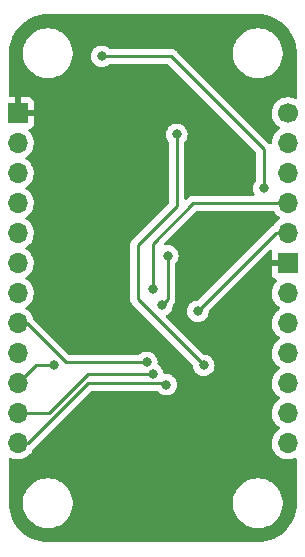
<source format=gbl>
G04 #@! TF.GenerationSoftware,KiCad,Pcbnew,(6.0.6)*
G04 #@! TF.CreationDate,2022-10-28T15:12:27+11:00*
G04 #@! TF.ProjectId,CE-LoRa-E5-Breakout-Module,43452d4c-6f52-4612-9d45-352d42726561,rev?*
G04 #@! TF.SameCoordinates,Original*
G04 #@! TF.FileFunction,Copper,L2,Bot*
G04 #@! TF.FilePolarity,Positive*
%FSLAX46Y46*%
G04 Gerber Fmt 4.6, Leading zero omitted, Abs format (unit mm)*
G04 Created by KiCad (PCBNEW (6.0.6)) date 2022-10-28 15:12:27*
%MOMM*%
%LPD*%
G01*
G04 APERTURE LIST*
G04 #@! TA.AperFunction,ComponentPad*
%ADD10R,1.700000X1.700000*%
G04 #@! TD*
G04 #@! TA.AperFunction,ComponentPad*
%ADD11O,1.700000X1.700000*%
G04 #@! TD*
G04 #@! TA.AperFunction,ComponentPad*
%ADD12C,1.700000*%
G04 #@! TD*
G04 #@! TA.AperFunction,ViaPad*
%ADD13C,0.800000*%
G04 #@! TD*
G04 #@! TA.AperFunction,Conductor*
%ADD14C,0.250000*%
G04 #@! TD*
G04 APERTURE END LIST*
D10*
X116845000Y-81083000D03*
D11*
X116845000Y-83623000D03*
X116845000Y-86163000D03*
X116845000Y-88703000D03*
X116845000Y-91243000D03*
X116845000Y-93783000D03*
X116845000Y-96323000D03*
X116845000Y-98863000D03*
X116845000Y-101403000D03*
X116845000Y-103943000D03*
X116845000Y-106483000D03*
X116845000Y-109023000D03*
D12*
X139705000Y-81083000D03*
D11*
X139705000Y-83623000D03*
X139705000Y-86163000D03*
X139705000Y-88703000D03*
X139705000Y-91243000D03*
D10*
X139705000Y-93783000D03*
D11*
X139705000Y-96323000D03*
X139705000Y-98863000D03*
X139705000Y-101403000D03*
X139705000Y-103943000D03*
X139705000Y-106483000D03*
X139705000Y-109023000D03*
D13*
X134117000Y-82739000D03*
X123830000Y-82739000D03*
X122687000Y-82739000D03*
X125227000Y-98614000D03*
X119893000Y-102424000D03*
X132593000Y-102424000D03*
X130307000Y-82866000D03*
X136149000Y-104964000D03*
X125227000Y-90486000D03*
X132085000Y-97852000D03*
X123957000Y-76262000D03*
X137673000Y-87438000D03*
X124338000Y-105345000D03*
X123787666Y-110848333D03*
X126877998Y-113981000D03*
X125608000Y-115759000D03*
X124464998Y-113981000D03*
X125862000Y-109282000D03*
X123322000Y-106361000D03*
X126200666Y-110848333D03*
X123449000Y-109282000D03*
X124126332Y-112414666D03*
X126539332Y-112414666D03*
X125735000Y-105345000D03*
X123322000Y-107885000D03*
X127767000Y-102170000D03*
X128275000Y-103186000D03*
X129418000Y-104075000D03*
X129545000Y-93153000D03*
X129037000Y-97344000D03*
X128275000Y-95947000D03*
D14*
X137673000Y-84136000D02*
X137673000Y-87438000D01*
X129799000Y-76262000D02*
X137673000Y-84136000D01*
X123957000Y-76262000D02*
X129799000Y-76262000D01*
X131709000Y-88703000D02*
X139705000Y-88703000D01*
X128275000Y-92137000D02*
X131709000Y-88703000D01*
X128275000Y-95947000D02*
X128275000Y-92137000D01*
X117602000Y-98863000D02*
X116845000Y-98863000D01*
X120909000Y-102170000D02*
X117602000Y-98863000D01*
X127767000Y-102170000D02*
X120909000Y-102170000D01*
X119893000Y-102424000D02*
X118364000Y-102424000D01*
X118364000Y-102424000D02*
X116845000Y-103943000D01*
X129037000Y-97344000D02*
X129545000Y-96836000D01*
X129545000Y-96836000D02*
X129545000Y-93153000D01*
X127005000Y-92264000D02*
X127005000Y-96836000D01*
X127005000Y-96836000D02*
X132593000Y-102424000D01*
X130307000Y-88962000D02*
X127005000Y-92264000D01*
X130307000Y-82866000D02*
X130307000Y-88962000D01*
X132085000Y-97852000D02*
X138694000Y-91243000D01*
X138694000Y-91243000D02*
X139705000Y-91243000D01*
X122814000Y-103186000D02*
X119517000Y-106483000D01*
X119517000Y-106483000D02*
X116845000Y-106483000D01*
X128275000Y-103186000D02*
X122814000Y-103186000D01*
X129418000Y-104075000D02*
X129291000Y-103948000D01*
X122814000Y-103948000D02*
X117739000Y-109023000D01*
X129291000Y-103948000D02*
X122814000Y-103948000D01*
X117739000Y-109023000D02*
X116845000Y-109023000D01*
G04 #@! TA.AperFunction,Conductor*
G36*
X137135018Y-72708000D02*
G01*
X137149851Y-72710310D01*
X137149855Y-72710310D01*
X137158724Y-72711691D01*
X137177436Y-72709244D01*
X137200366Y-72708353D01*
X137503503Y-72724240D01*
X137516617Y-72725618D01*
X137844898Y-72777613D01*
X137857798Y-72780355D01*
X138178846Y-72866379D01*
X138191382Y-72870453D01*
X138462468Y-72974513D01*
X138501672Y-72989562D01*
X138513720Y-72994926D01*
X138809867Y-73145820D01*
X138821288Y-73152414D01*
X139100040Y-73333437D01*
X139110710Y-73341190D01*
X139369004Y-73550352D01*
X139378805Y-73559177D01*
X139613823Y-73794195D01*
X139622648Y-73803996D01*
X139831810Y-74062290D01*
X139839563Y-74072960D01*
X140020586Y-74351712D01*
X140027180Y-74363133D01*
X140178074Y-74659280D01*
X140183438Y-74671328D01*
X140225313Y-74780414D01*
X140302545Y-74981610D01*
X140306621Y-74994154D01*
X140392645Y-75315202D01*
X140395387Y-75328102D01*
X140437258Y-75592460D01*
X140447382Y-75656383D01*
X140448760Y-75669500D01*
X140464262Y-75965298D01*
X140462935Y-75991273D01*
X140462691Y-75992843D01*
X140462691Y-75992849D01*
X140461309Y-76001724D01*
X140462473Y-76010626D01*
X140462473Y-76010628D01*
X140465436Y-76033283D01*
X140466500Y-76049621D01*
X140466500Y-79738061D01*
X140446498Y-79806182D01*
X140392842Y-79852675D01*
X140322568Y-79862779D01*
X140279609Y-79848371D01*
X140263789Y-79839638D01*
X140258920Y-79837914D01*
X140258916Y-79837912D01*
X140058087Y-79766795D01*
X140058083Y-79766794D01*
X140053212Y-79765069D01*
X140048119Y-79764162D01*
X140048116Y-79764161D01*
X139838373Y-79726800D01*
X139838367Y-79726799D01*
X139833284Y-79725894D01*
X139759452Y-79724992D01*
X139615081Y-79723228D01*
X139615079Y-79723228D01*
X139609911Y-79723165D01*
X139389091Y-79756955D01*
X139176756Y-79826357D01*
X138978607Y-79929507D01*
X138974474Y-79932610D01*
X138974471Y-79932612D01*
X138891450Y-79994946D01*
X138799965Y-80063635D01*
X138645629Y-80225138D01*
X138519743Y-80409680D01*
X138425688Y-80612305D01*
X138365989Y-80827570D01*
X138342251Y-81049695D01*
X138355110Y-81272715D01*
X138356247Y-81277761D01*
X138356248Y-81277767D01*
X138373680Y-81355115D01*
X138404222Y-81490639D01*
X138488266Y-81697616D01*
X138604987Y-81888088D01*
X138751250Y-82056938D01*
X138923126Y-82199632D01*
X138938470Y-82208598D01*
X138996445Y-82242476D01*
X139045169Y-82294114D01*
X139058240Y-82363897D01*
X139031509Y-82429669D01*
X138991055Y-82463027D01*
X138978607Y-82469507D01*
X138974474Y-82472610D01*
X138974471Y-82472612D01*
X138804100Y-82600530D01*
X138799965Y-82603635D01*
X138645629Y-82765138D01*
X138519743Y-82949680D01*
X138425688Y-83152305D01*
X138365989Y-83367570D01*
X138342251Y-83589695D01*
X138342548Y-83594853D01*
X138342422Y-83600024D01*
X138340753Y-83599983D01*
X138326389Y-83661923D01*
X138275504Y-83711433D01*
X138205930Y-83725573D01*
X138136323Y-83697114D01*
X138104396Y-83670702D01*
X138095616Y-83662712D01*
X130573608Y-76140703D01*
X135055743Y-76140703D01*
X135093268Y-76425734D01*
X135169129Y-76703036D01*
X135170813Y-76706984D01*
X135267128Y-76932789D01*
X135281923Y-76967476D01*
X135429561Y-77214161D01*
X135609313Y-77438528D01*
X135817851Y-77636423D01*
X136051317Y-77804186D01*
X136055112Y-77806195D01*
X136055113Y-77806196D01*
X136076869Y-77817715D01*
X136305392Y-77938712D01*
X136575373Y-78037511D01*
X136856264Y-78098755D01*
X136884841Y-78101004D01*
X137079282Y-78116307D01*
X137079291Y-78116307D01*
X137081739Y-78116500D01*
X137237271Y-78116500D01*
X137239407Y-78116354D01*
X137239418Y-78116354D01*
X137447548Y-78102165D01*
X137447554Y-78102164D01*
X137451825Y-78101873D01*
X137456020Y-78101004D01*
X137456022Y-78101004D01*
X137592583Y-78072724D01*
X137733342Y-78043574D01*
X138004343Y-77947607D01*
X138259812Y-77815750D01*
X138263313Y-77813289D01*
X138263317Y-77813287D01*
X138377417Y-77733096D01*
X138495023Y-77650441D01*
X138705622Y-77454740D01*
X138887713Y-77232268D01*
X139037927Y-76987142D01*
X139153483Y-76723898D01*
X139232244Y-76447406D01*
X139272751Y-76162784D01*
X139272845Y-76144951D01*
X139274235Y-75879583D01*
X139274235Y-75879576D01*
X139274257Y-75875297D01*
X139273527Y-75869747D01*
X139252395Y-75709238D01*
X139236732Y-75590266D01*
X139160871Y-75312964D01*
X139048077Y-75048524D01*
X138900439Y-74801839D01*
X138720687Y-74577472D01*
X138512149Y-74379577D01*
X138278683Y-74211814D01*
X138256843Y-74200250D01*
X138233654Y-74187972D01*
X138024608Y-74077288D01*
X137754627Y-73978489D01*
X137473736Y-73917245D01*
X137442685Y-73914801D01*
X137250718Y-73899693D01*
X137250709Y-73899693D01*
X137248261Y-73899500D01*
X137092729Y-73899500D01*
X137090593Y-73899646D01*
X137090582Y-73899646D01*
X136882452Y-73913835D01*
X136882446Y-73913836D01*
X136878175Y-73914127D01*
X136873980Y-73914996D01*
X136873978Y-73914996D01*
X136737417Y-73943276D01*
X136596658Y-73972426D01*
X136325657Y-74068393D01*
X136070188Y-74200250D01*
X136066687Y-74202711D01*
X136066683Y-74202713D01*
X136056594Y-74209804D01*
X135834977Y-74365559D01*
X135624378Y-74561260D01*
X135442287Y-74783732D01*
X135292073Y-75028858D01*
X135176517Y-75292102D01*
X135175342Y-75296229D01*
X135175341Y-75296230D01*
X135147717Y-75393206D01*
X135097756Y-75568594D01*
X135057249Y-75853216D01*
X135057227Y-75857505D01*
X135057226Y-75857512D01*
X135056068Y-76078635D01*
X135055743Y-76140703D01*
X130573608Y-76140703D01*
X130302652Y-75869747D01*
X130295112Y-75861461D01*
X130291000Y-75854982D01*
X130284592Y-75848964D01*
X130241349Y-75808357D01*
X130238507Y-75805602D01*
X130218770Y-75785865D01*
X130215573Y-75783385D01*
X130206551Y-75775680D01*
X130180100Y-75750841D01*
X130174321Y-75745414D01*
X130167375Y-75741595D01*
X130167372Y-75741593D01*
X130156566Y-75735652D01*
X130140047Y-75724801D01*
X130134048Y-75720148D01*
X130124041Y-75712386D01*
X130116772Y-75709241D01*
X130116768Y-75709238D01*
X130083463Y-75694826D01*
X130072813Y-75689609D01*
X130034060Y-75668305D01*
X130014437Y-75663267D01*
X129995734Y-75656863D01*
X129984420Y-75651967D01*
X129984419Y-75651967D01*
X129977145Y-75648819D01*
X129969322Y-75647580D01*
X129969312Y-75647577D01*
X129933476Y-75641901D01*
X129921856Y-75639495D01*
X129886711Y-75630472D01*
X129886710Y-75630472D01*
X129879030Y-75628500D01*
X129858776Y-75628500D01*
X129839065Y-75626949D01*
X129826886Y-75625020D01*
X129819057Y-75623780D01*
X129811165Y-75624526D01*
X129775039Y-75627941D01*
X129763181Y-75628500D01*
X124665200Y-75628500D01*
X124597079Y-75608498D01*
X124577853Y-75592157D01*
X124577580Y-75592460D01*
X124572668Y-75588037D01*
X124568253Y-75583134D01*
X124413752Y-75470882D01*
X124407724Y-75468198D01*
X124407722Y-75468197D01*
X124245319Y-75395891D01*
X124245318Y-75395891D01*
X124239288Y-75393206D01*
X124145888Y-75373353D01*
X124058944Y-75354872D01*
X124058939Y-75354872D01*
X124052487Y-75353500D01*
X123861513Y-75353500D01*
X123855061Y-75354872D01*
X123855056Y-75354872D01*
X123768112Y-75373353D01*
X123674712Y-75393206D01*
X123668682Y-75395891D01*
X123668681Y-75395891D01*
X123506278Y-75468197D01*
X123506276Y-75468198D01*
X123500248Y-75470882D01*
X123345747Y-75583134D01*
X123341326Y-75588044D01*
X123341325Y-75588045D01*
X123232203Y-75709238D01*
X123217960Y-75725056D01*
X123203073Y-75750841D01*
X123128744Y-75879583D01*
X123122473Y-75890444D01*
X123063458Y-76072072D01*
X123043496Y-76262000D01*
X123044186Y-76268565D01*
X123060258Y-76421478D01*
X123063458Y-76451928D01*
X123122473Y-76633556D01*
X123217960Y-76798944D01*
X123345747Y-76940866D01*
X123500248Y-77053118D01*
X123506276Y-77055802D01*
X123506278Y-77055803D01*
X123668681Y-77128109D01*
X123674712Y-77130794D01*
X123768113Y-77150647D01*
X123855056Y-77169128D01*
X123855061Y-77169128D01*
X123861513Y-77170500D01*
X124052487Y-77170500D01*
X124058939Y-77169128D01*
X124058944Y-77169128D01*
X124145887Y-77150647D01*
X124239288Y-77130794D01*
X124245319Y-77128109D01*
X124407722Y-77055803D01*
X124407724Y-77055802D01*
X124413752Y-77053118D01*
X124499527Y-76990799D01*
X124546671Y-76956546D01*
X124568253Y-76940866D01*
X124572668Y-76935963D01*
X124577580Y-76931540D01*
X124578705Y-76932789D01*
X124632014Y-76899949D01*
X124665200Y-76895500D01*
X129484406Y-76895500D01*
X129552527Y-76915502D01*
X129573501Y-76932405D01*
X137002595Y-84361499D01*
X137036621Y-84423811D01*
X137039500Y-84450594D01*
X137039500Y-86735476D01*
X137019498Y-86803597D01*
X137007142Y-86819779D01*
X136933960Y-86901056D01*
X136838473Y-87066444D01*
X136779458Y-87248072D01*
X136778768Y-87254633D01*
X136778768Y-87254635D01*
X136771638Y-87322476D01*
X136759496Y-87438000D01*
X136779458Y-87627928D01*
X136838473Y-87809556D01*
X136879434Y-87880502D01*
X136896171Y-87949495D01*
X136872951Y-88016587D01*
X136817144Y-88060474D01*
X136770314Y-88069500D01*
X131787763Y-88069500D01*
X131776579Y-88068973D01*
X131769091Y-88067299D01*
X131761168Y-88067548D01*
X131701033Y-88069438D01*
X131697075Y-88069500D01*
X131669144Y-88069500D01*
X131665229Y-88069995D01*
X131665225Y-88069995D01*
X131665167Y-88070003D01*
X131665138Y-88070006D01*
X131653296Y-88070939D01*
X131609110Y-88072327D01*
X131591744Y-88077372D01*
X131589658Y-88077978D01*
X131570306Y-88081986D01*
X131558068Y-88083532D01*
X131558066Y-88083533D01*
X131550203Y-88084526D01*
X131509086Y-88100806D01*
X131497885Y-88104641D01*
X131455406Y-88116982D01*
X131448587Y-88121015D01*
X131448582Y-88121017D01*
X131437971Y-88127293D01*
X131420221Y-88135990D01*
X131401383Y-88143448D01*
X131394967Y-88148109D01*
X131394966Y-88148110D01*
X131365625Y-88169428D01*
X131355701Y-88175947D01*
X131324460Y-88194422D01*
X131324455Y-88194426D01*
X131317637Y-88198458D01*
X131303313Y-88212782D01*
X131288281Y-88225621D01*
X131271893Y-88237528D01*
X131243712Y-88271593D01*
X131235722Y-88280373D01*
X131155595Y-88360500D01*
X131093283Y-88394526D01*
X131022468Y-88389461D01*
X130965632Y-88346914D01*
X130940821Y-88280394D01*
X130940500Y-88271405D01*
X130940500Y-83568524D01*
X130960502Y-83500403D01*
X130972858Y-83484221D01*
X131046040Y-83402944D01*
X131141527Y-83237556D01*
X131200542Y-83055928D01*
X131220504Y-82866000D01*
X131200542Y-82676072D01*
X131141527Y-82494444D01*
X131137575Y-82487598D01*
X131079104Y-82386325D01*
X131046040Y-82329056D01*
X130926531Y-82196327D01*
X130922675Y-82192045D01*
X130922674Y-82192044D01*
X130918253Y-82187134D01*
X130763752Y-82074882D01*
X130757724Y-82072198D01*
X130757722Y-82072197D01*
X130595319Y-81999891D01*
X130595318Y-81999891D01*
X130589288Y-81997206D01*
X130495887Y-81977353D01*
X130408944Y-81958872D01*
X130408939Y-81958872D01*
X130402487Y-81957500D01*
X130211513Y-81957500D01*
X130205061Y-81958872D01*
X130205056Y-81958872D01*
X130118113Y-81977353D01*
X130024712Y-81997206D01*
X130018682Y-81999891D01*
X130018681Y-81999891D01*
X129856278Y-82072197D01*
X129856276Y-82072198D01*
X129850248Y-82074882D01*
X129695747Y-82187134D01*
X129691326Y-82192044D01*
X129691325Y-82192045D01*
X129687470Y-82196327D01*
X129567960Y-82329056D01*
X129534896Y-82386325D01*
X129476426Y-82487598D01*
X129472473Y-82494444D01*
X129413458Y-82676072D01*
X129393496Y-82866000D01*
X129413458Y-83055928D01*
X129472473Y-83237556D01*
X129567960Y-83402944D01*
X129641137Y-83484215D01*
X129671853Y-83548221D01*
X129673500Y-83568524D01*
X129673500Y-88647405D01*
X129653498Y-88715526D01*
X129636595Y-88736500D01*
X126612747Y-91760348D01*
X126604461Y-91767888D01*
X126597982Y-91772000D01*
X126592557Y-91777777D01*
X126551357Y-91821651D01*
X126548602Y-91824493D01*
X126528865Y-91844230D01*
X126526385Y-91847427D01*
X126518682Y-91856447D01*
X126488414Y-91888679D01*
X126484595Y-91895625D01*
X126484593Y-91895628D01*
X126478652Y-91906434D01*
X126467801Y-91922953D01*
X126455386Y-91938959D01*
X126452241Y-91946228D01*
X126452238Y-91946232D01*
X126437826Y-91979537D01*
X126432609Y-91990187D01*
X126411305Y-92028940D01*
X126409334Y-92036615D01*
X126409334Y-92036616D01*
X126406267Y-92048562D01*
X126399863Y-92067266D01*
X126391819Y-92085855D01*
X126390580Y-92093678D01*
X126390577Y-92093688D01*
X126384901Y-92129524D01*
X126382495Y-92141144D01*
X126373472Y-92176289D01*
X126371500Y-92183970D01*
X126371500Y-92204224D01*
X126369949Y-92223934D01*
X126366780Y-92243943D01*
X126367526Y-92251835D01*
X126370941Y-92287961D01*
X126371500Y-92299819D01*
X126371500Y-96757233D01*
X126370973Y-96768416D01*
X126369298Y-96775909D01*
X126369547Y-96783835D01*
X126369547Y-96783836D01*
X126371438Y-96843986D01*
X126371500Y-96847945D01*
X126371500Y-96875856D01*
X126371997Y-96879790D01*
X126371997Y-96879791D01*
X126372005Y-96879856D01*
X126372938Y-96891693D01*
X126374327Y-96935889D01*
X126376937Y-96944872D01*
X126379978Y-96955339D01*
X126383987Y-96974700D01*
X126386526Y-96994797D01*
X126389445Y-97002168D01*
X126389445Y-97002170D01*
X126402804Y-97035912D01*
X126406649Y-97047142D01*
X126418982Y-97089593D01*
X126423015Y-97096412D01*
X126423017Y-97096417D01*
X126429293Y-97107028D01*
X126437988Y-97124776D01*
X126445448Y-97143617D01*
X126450110Y-97150033D01*
X126450110Y-97150034D01*
X126471436Y-97179387D01*
X126477952Y-97189307D01*
X126494390Y-97217101D01*
X126500458Y-97227362D01*
X126514779Y-97241683D01*
X126527619Y-97256716D01*
X126539528Y-97273107D01*
X126545634Y-97278158D01*
X126573605Y-97301298D01*
X126582384Y-97309288D01*
X131645878Y-102372782D01*
X131679904Y-102435094D01*
X131682093Y-102448707D01*
X131695251Y-102573896D01*
X131699458Y-102613928D01*
X131758473Y-102795556D01*
X131761776Y-102801278D01*
X131761777Y-102801279D01*
X131766074Y-102808721D01*
X131853960Y-102960944D01*
X131858378Y-102965851D01*
X131858379Y-102965852D01*
X131958909Y-103077502D01*
X131981747Y-103102866D01*
X131987279Y-103106885D01*
X132123982Y-103206206D01*
X132136248Y-103215118D01*
X132142276Y-103217802D01*
X132142278Y-103217803D01*
X132290695Y-103283882D01*
X132310712Y-103292794D01*
X132404112Y-103312647D01*
X132491056Y-103331128D01*
X132491061Y-103331128D01*
X132497513Y-103332500D01*
X132688487Y-103332500D01*
X132694939Y-103331128D01*
X132694944Y-103331128D01*
X132781888Y-103312647D01*
X132875288Y-103292794D01*
X132895305Y-103283882D01*
X133043722Y-103217803D01*
X133043724Y-103217802D01*
X133049752Y-103215118D01*
X133062019Y-103206206D01*
X133198721Y-103106885D01*
X133204253Y-103102866D01*
X133227091Y-103077502D01*
X133327621Y-102965852D01*
X133327622Y-102965851D01*
X133332040Y-102960944D01*
X133419926Y-102808721D01*
X133424223Y-102801279D01*
X133424224Y-102801278D01*
X133427527Y-102795556D01*
X133486542Y-102613928D01*
X133490750Y-102573896D01*
X133505814Y-102430565D01*
X133506504Y-102424000D01*
X133498138Y-102344401D01*
X133487232Y-102240635D01*
X133487232Y-102240633D01*
X133486542Y-102234072D01*
X133427527Y-102052444D01*
X133332040Y-101887056D01*
X133252254Y-101798444D01*
X133208675Y-101750045D01*
X133208674Y-101750044D01*
X133204253Y-101745134D01*
X133049752Y-101632882D01*
X133043724Y-101630198D01*
X133043722Y-101630197D01*
X132881319Y-101557891D01*
X132881318Y-101557891D01*
X132875288Y-101555206D01*
X132766353Y-101532051D01*
X132694944Y-101516872D01*
X132694939Y-101516872D01*
X132688487Y-101515500D01*
X132632595Y-101515500D01*
X132564474Y-101495498D01*
X132543500Y-101478595D01*
X129420146Y-98355241D01*
X129386120Y-98292929D01*
X129391185Y-98222114D01*
X129433732Y-98165278D01*
X129457993Y-98151039D01*
X129487719Y-98137804D01*
X129493752Y-98135118D01*
X129648253Y-98022866D01*
X129776040Y-97880944D01*
X129864575Y-97727598D01*
X129868223Y-97721279D01*
X129868224Y-97721278D01*
X129871527Y-97715556D01*
X129930542Y-97533928D01*
X129934750Y-97493896D01*
X129947774Y-97369970D01*
X129974787Y-97304313D01*
X129981228Y-97296895D01*
X129998660Y-97278331D01*
X130001413Y-97275491D01*
X130021134Y-97255770D01*
X130023612Y-97252575D01*
X130031318Y-97243553D01*
X130056158Y-97217101D01*
X130061586Y-97211321D01*
X130071346Y-97193568D01*
X130082199Y-97177045D01*
X130085233Y-97173134D01*
X130094613Y-97161041D01*
X130112176Y-97120457D01*
X130117383Y-97109827D01*
X130138695Y-97071060D01*
X130140666Y-97063383D01*
X130140668Y-97063378D01*
X130143732Y-97051442D01*
X130150138Y-97032730D01*
X130151633Y-97029277D01*
X130158181Y-97014145D01*
X130161246Y-96994797D01*
X130165097Y-96970481D01*
X130167504Y-96958860D01*
X130176528Y-96923711D01*
X130176528Y-96923710D01*
X130178500Y-96916030D01*
X130178500Y-96895769D01*
X130180051Y-96876058D01*
X130181979Y-96863885D01*
X130183219Y-96856057D01*
X130179059Y-96812046D01*
X130178500Y-96800189D01*
X130178500Y-93855524D01*
X130198502Y-93787403D01*
X130210858Y-93771221D01*
X130284040Y-93689944D01*
X130379527Y-93524556D01*
X130438542Y-93342928D01*
X130458504Y-93153000D01*
X130438542Y-92963072D01*
X130379527Y-92781444D01*
X130284040Y-92616056D01*
X130246501Y-92574364D01*
X130160675Y-92479045D01*
X130160674Y-92479044D01*
X130156253Y-92474134D01*
X130053396Y-92399404D01*
X130007094Y-92365763D01*
X130007093Y-92365762D01*
X130001752Y-92361882D01*
X129995724Y-92359198D01*
X129995722Y-92359197D01*
X129833319Y-92286891D01*
X129833318Y-92286891D01*
X129827288Y-92284206D01*
X129733888Y-92264353D01*
X129646944Y-92245872D01*
X129646939Y-92245872D01*
X129640487Y-92244500D01*
X129449513Y-92244500D01*
X129443053Y-92245873D01*
X129443054Y-92245873D01*
X129375253Y-92260284D01*
X129304463Y-92254882D01*
X129247830Y-92212065D01*
X129223337Y-92145427D01*
X129238758Y-92076126D01*
X129259962Y-92047942D01*
X131934499Y-89373405D01*
X131996811Y-89339379D01*
X132023594Y-89336500D01*
X138429274Y-89336500D01*
X138497395Y-89356502D01*
X138536707Y-89396665D01*
X138604987Y-89508088D01*
X138751250Y-89676938D01*
X138923126Y-89819632D01*
X138938470Y-89828598D01*
X138996445Y-89862476D01*
X139045169Y-89914114D01*
X139058240Y-89983897D01*
X139031509Y-90049669D01*
X138991055Y-90083027D01*
X138978607Y-90089507D01*
X138974474Y-90092610D01*
X138974471Y-90092612D01*
X138950247Y-90110800D01*
X138799965Y-90223635D01*
X138645629Y-90385138D01*
X138519743Y-90569680D01*
X138517561Y-90574381D01*
X138508550Y-90593792D01*
X138461726Y-90647159D01*
X138446519Y-90655206D01*
X138440406Y-90656982D01*
X138433580Y-90661019D01*
X138422971Y-90667293D01*
X138405221Y-90675990D01*
X138386383Y-90683448D01*
X138379967Y-90688109D01*
X138379966Y-90688110D01*
X138350625Y-90709428D01*
X138340701Y-90715947D01*
X138309460Y-90734422D01*
X138309455Y-90734426D01*
X138302637Y-90738458D01*
X138288313Y-90752782D01*
X138273281Y-90765621D01*
X138256893Y-90777528D01*
X138239168Y-90798954D01*
X138228712Y-90811593D01*
X138220722Y-90820373D01*
X132134500Y-96906595D01*
X132072188Y-96940621D01*
X132045405Y-96943500D01*
X131989513Y-96943500D01*
X131983061Y-96944872D01*
X131983056Y-96944872D01*
X131917250Y-96958860D01*
X131802712Y-96983206D01*
X131796682Y-96985891D01*
X131796681Y-96985891D01*
X131634278Y-97058197D01*
X131634276Y-97058198D01*
X131628248Y-97060882D01*
X131473747Y-97173134D01*
X131469326Y-97178044D01*
X131469325Y-97178045D01*
X131351154Y-97309288D01*
X131345960Y-97315056D01*
X131250473Y-97480444D01*
X131191458Y-97662072D01*
X131190768Y-97668633D01*
X131190768Y-97668635D01*
X131186497Y-97709271D01*
X131171496Y-97852000D01*
X131172186Y-97858565D01*
X131190339Y-98031277D01*
X131191458Y-98041928D01*
X131250473Y-98223556D01*
X131345960Y-98388944D01*
X131473747Y-98530866D01*
X131628248Y-98643118D01*
X131634276Y-98645802D01*
X131634278Y-98645803D01*
X131796681Y-98718109D01*
X131802712Y-98720794D01*
X131896112Y-98740647D01*
X131983056Y-98759128D01*
X131983061Y-98759128D01*
X131989513Y-98760500D01*
X132180487Y-98760500D01*
X132186939Y-98759128D01*
X132186944Y-98759128D01*
X132273887Y-98740647D01*
X132367288Y-98720794D01*
X132373319Y-98718109D01*
X132535722Y-98645803D01*
X132535724Y-98645802D01*
X132541752Y-98643118D01*
X132696253Y-98530866D01*
X132824040Y-98388944D01*
X132919527Y-98223556D01*
X132978542Y-98041928D01*
X132979662Y-98031277D01*
X132995907Y-97876707D01*
X133022920Y-97811050D01*
X133032122Y-97800782D01*
X138148611Y-92684293D01*
X138210923Y-92650267D01*
X138281738Y-92655332D01*
X138338574Y-92697879D01*
X138363385Y-92764399D01*
X138357162Y-92807427D01*
X138358349Y-92807709D01*
X138352895Y-92830649D01*
X138347369Y-92881514D01*
X138347000Y-92888328D01*
X138347000Y-93510885D01*
X138351475Y-93526124D01*
X138352865Y-93527329D01*
X138360548Y-93529000D01*
X139833000Y-93529000D01*
X139901121Y-93549002D01*
X139947614Y-93602658D01*
X139959000Y-93655000D01*
X139959000Y-93911000D01*
X139938998Y-93979121D01*
X139885342Y-94025614D01*
X139833000Y-94037000D01*
X138365116Y-94037000D01*
X138349877Y-94041475D01*
X138348672Y-94042865D01*
X138347001Y-94050548D01*
X138347001Y-94677669D01*
X138347371Y-94684490D01*
X138352895Y-94735352D01*
X138356521Y-94750604D01*
X138401676Y-94871054D01*
X138410214Y-94886649D01*
X138486715Y-94988724D01*
X138499276Y-95001285D01*
X138601351Y-95077786D01*
X138616946Y-95086324D01*
X138725827Y-95127142D01*
X138782591Y-95169784D01*
X138807291Y-95236345D01*
X138792083Y-95305694D01*
X138772691Y-95332175D01*
X138649200Y-95461401D01*
X138645629Y-95465138D01*
X138519743Y-95649680D01*
X138425688Y-95852305D01*
X138365989Y-96067570D01*
X138342251Y-96289695D01*
X138342548Y-96294848D01*
X138342548Y-96294851D01*
X138348011Y-96389590D01*
X138355110Y-96512715D01*
X138356247Y-96517761D01*
X138356248Y-96517767D01*
X138376119Y-96605939D01*
X138404222Y-96730639D01*
X138488266Y-96937616D01*
X138535163Y-97014145D01*
X138600321Y-97120473D01*
X138604987Y-97128088D01*
X138751250Y-97296938D01*
X138923126Y-97439632D01*
X138938470Y-97448598D01*
X138996445Y-97482476D01*
X139045169Y-97534114D01*
X139058240Y-97603897D01*
X139031509Y-97669669D01*
X138991055Y-97703027D01*
X138978607Y-97709507D01*
X138974474Y-97712610D01*
X138974471Y-97712612D01*
X138843364Y-97811050D01*
X138799965Y-97843635D01*
X138645629Y-98005138D01*
X138642715Y-98009410D01*
X138642714Y-98009411D01*
X138616250Y-98048206D01*
X138519743Y-98189680D01*
X138425688Y-98392305D01*
X138365989Y-98607570D01*
X138342251Y-98829695D01*
X138355110Y-99052715D01*
X138356247Y-99057761D01*
X138356248Y-99057767D01*
X138380304Y-99164508D01*
X138404222Y-99270639D01*
X138488266Y-99477616D01*
X138604987Y-99668088D01*
X138751250Y-99836938D01*
X138923126Y-99979632D01*
X138938470Y-99988598D01*
X138996445Y-100022476D01*
X139045169Y-100074114D01*
X139058240Y-100143897D01*
X139031509Y-100209669D01*
X138991055Y-100243027D01*
X138978607Y-100249507D01*
X138974474Y-100252610D01*
X138974471Y-100252612D01*
X138950247Y-100270800D01*
X138799965Y-100383635D01*
X138645629Y-100545138D01*
X138519743Y-100729680D01*
X138425688Y-100932305D01*
X138365989Y-101147570D01*
X138342251Y-101369695D01*
X138342548Y-101374848D01*
X138342548Y-101374851D01*
X138349536Y-101496045D01*
X138355110Y-101592715D01*
X138356247Y-101597761D01*
X138356248Y-101597767D01*
X138365490Y-101638774D01*
X138404222Y-101810639D01*
X138488266Y-102017616D01*
X138604987Y-102208088D01*
X138751250Y-102376938D01*
X138923126Y-102519632D01*
X138938470Y-102528598D01*
X138996445Y-102562476D01*
X139045169Y-102614114D01*
X139058240Y-102683897D01*
X139031509Y-102749669D01*
X138991055Y-102783027D01*
X138978607Y-102789507D01*
X138974474Y-102792610D01*
X138974471Y-102792612D01*
X138804100Y-102920530D01*
X138799965Y-102923635D01*
X138736742Y-102989794D01*
X138672041Y-103057500D01*
X138645629Y-103085138D01*
X138642715Y-103089410D01*
X138642714Y-103089411D01*
X138639691Y-103093843D01*
X138519743Y-103269680D01*
X138425688Y-103472305D01*
X138365989Y-103687570D01*
X138342251Y-103909695D01*
X138342548Y-103914848D01*
X138342548Y-103914851D01*
X138348011Y-104009590D01*
X138355110Y-104132715D01*
X138356247Y-104137761D01*
X138356248Y-104137767D01*
X138376119Y-104225939D01*
X138404222Y-104350639D01*
X138488266Y-104557616D01*
X138604987Y-104748088D01*
X138751250Y-104916938D01*
X138923126Y-105059632D01*
X138938470Y-105068598D01*
X138996445Y-105102476D01*
X139045169Y-105154114D01*
X139058240Y-105223897D01*
X139031509Y-105289669D01*
X138991055Y-105323027D01*
X138978607Y-105329507D01*
X138974474Y-105332610D01*
X138974471Y-105332612D01*
X138950247Y-105350800D01*
X138799965Y-105463635D01*
X138645629Y-105625138D01*
X138519743Y-105809680D01*
X138425688Y-106012305D01*
X138365989Y-106227570D01*
X138342251Y-106449695D01*
X138355110Y-106672715D01*
X138356247Y-106677761D01*
X138356248Y-106677767D01*
X138380304Y-106784508D01*
X138404222Y-106890639D01*
X138488266Y-107097616D01*
X138604987Y-107288088D01*
X138751250Y-107456938D01*
X138923126Y-107599632D01*
X138938470Y-107608598D01*
X138996445Y-107642476D01*
X139045169Y-107694114D01*
X139058240Y-107763897D01*
X139031509Y-107829669D01*
X138991055Y-107863027D01*
X138978607Y-107869507D01*
X138974474Y-107872610D01*
X138974471Y-107872612D01*
X138804100Y-108000530D01*
X138799965Y-108003635D01*
X138645629Y-108165138D01*
X138519743Y-108349680D01*
X138425688Y-108552305D01*
X138365989Y-108767570D01*
X138342251Y-108989695D01*
X138355110Y-109212715D01*
X138356247Y-109217761D01*
X138356248Y-109217767D01*
X138380304Y-109324508D01*
X138404222Y-109430639D01*
X138488266Y-109637616D01*
X138604987Y-109828088D01*
X138751250Y-109996938D01*
X138923126Y-110139632D01*
X139116000Y-110252338D01*
X139324692Y-110332030D01*
X139329760Y-110333061D01*
X139329763Y-110333062D01*
X139437017Y-110354883D01*
X139543597Y-110376567D01*
X139548772Y-110376757D01*
X139548774Y-110376757D01*
X139761673Y-110384564D01*
X139761677Y-110384564D01*
X139766837Y-110384753D01*
X139771957Y-110384097D01*
X139771959Y-110384097D01*
X139983288Y-110357025D01*
X139983289Y-110357025D01*
X139988416Y-110356368D01*
X139993366Y-110354883D01*
X140197429Y-110293661D01*
X140197434Y-110293659D01*
X140202384Y-110292174D01*
X140285070Y-110251666D01*
X140355041Y-110239660D01*
X140420398Y-110267390D01*
X140460388Y-110326052D01*
X140466500Y-110364818D01*
X140466500Y-114058633D01*
X140465000Y-114078018D01*
X140462690Y-114092851D01*
X140462690Y-114092855D01*
X140461309Y-114101724D01*
X140463136Y-114115693D01*
X140463756Y-114120433D01*
X140464647Y-114143366D01*
X140448760Y-114446501D01*
X140447382Y-114459617D01*
X140395387Y-114787898D01*
X140392645Y-114800798D01*
X140306621Y-115121846D01*
X140302547Y-115134382D01*
X140198487Y-115405468D01*
X140183438Y-115444672D01*
X140178074Y-115456720D01*
X140027180Y-115752867D01*
X140020586Y-115764288D01*
X139839563Y-116043040D01*
X139831810Y-116053710D01*
X139622648Y-116312004D01*
X139613823Y-116321805D01*
X139378805Y-116556823D01*
X139369004Y-116565648D01*
X139110710Y-116774810D01*
X139100040Y-116782563D01*
X138821288Y-116963586D01*
X138809867Y-116970180D01*
X138513720Y-117121074D01*
X138501671Y-117126438D01*
X138191382Y-117245547D01*
X138178846Y-117249621D01*
X137857798Y-117335645D01*
X137844898Y-117338387D01*
X137516617Y-117390382D01*
X137503501Y-117391760D01*
X137469848Y-117393524D01*
X137207702Y-117407262D01*
X137181727Y-117405935D01*
X137180157Y-117405691D01*
X137180151Y-117405691D01*
X137171276Y-117404309D01*
X137162374Y-117405473D01*
X137162372Y-117405473D01*
X137147323Y-117407441D01*
X137139714Y-117408436D01*
X137123379Y-117409500D01*
X119434367Y-117409500D01*
X119414982Y-117408000D01*
X119400149Y-117405690D01*
X119400145Y-117405690D01*
X119391276Y-117404309D01*
X119372564Y-117406756D01*
X119349634Y-117407647D01*
X119046497Y-117391760D01*
X119033383Y-117390382D01*
X118705102Y-117338387D01*
X118692202Y-117335645D01*
X118371154Y-117249621D01*
X118358618Y-117245547D01*
X118048329Y-117126438D01*
X118036280Y-117121074D01*
X117740133Y-116970180D01*
X117728712Y-116963586D01*
X117449960Y-116782563D01*
X117439290Y-116774810D01*
X117180996Y-116565648D01*
X117171195Y-116556823D01*
X116936177Y-116321805D01*
X116927352Y-116312004D01*
X116718190Y-116053710D01*
X116710437Y-116043040D01*
X116529414Y-115764288D01*
X116522820Y-115752867D01*
X116371926Y-115456720D01*
X116366562Y-115444672D01*
X116351513Y-115405468D01*
X116247453Y-115134382D01*
X116243379Y-115121846D01*
X116157355Y-114800798D01*
X116154613Y-114787898D01*
X116102618Y-114459617D01*
X116101240Y-114446501D01*
X116090454Y-114240703D01*
X117275743Y-114240703D01*
X117313268Y-114525734D01*
X117389129Y-114803036D01*
X117501923Y-115067476D01*
X117649561Y-115314161D01*
X117829313Y-115538528D01*
X118037851Y-115736423D01*
X118271317Y-115904186D01*
X118275112Y-115906195D01*
X118275113Y-115906196D01*
X118296869Y-115917715D01*
X118525392Y-116038712D01*
X118795373Y-116137511D01*
X119076264Y-116198755D01*
X119104841Y-116201004D01*
X119299282Y-116216307D01*
X119299291Y-116216307D01*
X119301739Y-116216500D01*
X119457271Y-116216500D01*
X119459407Y-116216354D01*
X119459418Y-116216354D01*
X119667548Y-116202165D01*
X119667554Y-116202164D01*
X119671825Y-116201873D01*
X119676020Y-116201004D01*
X119676022Y-116201004D01*
X119812583Y-116172724D01*
X119953342Y-116143574D01*
X120224343Y-116047607D01*
X120479812Y-115915750D01*
X120483313Y-115913289D01*
X120483317Y-115913287D01*
X120597417Y-115833096D01*
X120715023Y-115750441D01*
X120925622Y-115554740D01*
X121107713Y-115332268D01*
X121257927Y-115087142D01*
X121373483Y-114823898D01*
X121452244Y-114547406D01*
X121492751Y-114262784D01*
X121492845Y-114244951D01*
X121492867Y-114240703D01*
X135055743Y-114240703D01*
X135093268Y-114525734D01*
X135169129Y-114803036D01*
X135281923Y-115067476D01*
X135429561Y-115314161D01*
X135609313Y-115538528D01*
X135817851Y-115736423D01*
X136051317Y-115904186D01*
X136055112Y-115906195D01*
X136055113Y-115906196D01*
X136076869Y-115917715D01*
X136305392Y-116038712D01*
X136575373Y-116137511D01*
X136856264Y-116198755D01*
X136884841Y-116201004D01*
X137079282Y-116216307D01*
X137079291Y-116216307D01*
X137081739Y-116216500D01*
X137237271Y-116216500D01*
X137239407Y-116216354D01*
X137239418Y-116216354D01*
X137447548Y-116202165D01*
X137447554Y-116202164D01*
X137451825Y-116201873D01*
X137456020Y-116201004D01*
X137456022Y-116201004D01*
X137592583Y-116172724D01*
X137733342Y-116143574D01*
X138004343Y-116047607D01*
X138259812Y-115915750D01*
X138263313Y-115913289D01*
X138263317Y-115913287D01*
X138377417Y-115833096D01*
X138495023Y-115750441D01*
X138705622Y-115554740D01*
X138887713Y-115332268D01*
X139037927Y-115087142D01*
X139153483Y-114823898D01*
X139232244Y-114547406D01*
X139272751Y-114262784D01*
X139272845Y-114244951D01*
X139274235Y-113979583D01*
X139274235Y-113979576D01*
X139274257Y-113975297D01*
X139236732Y-113690266D01*
X139160871Y-113412964D01*
X139048077Y-113148524D01*
X138900439Y-112901839D01*
X138720687Y-112677472D01*
X138512149Y-112479577D01*
X138278683Y-112311814D01*
X138256843Y-112300250D01*
X138233654Y-112287972D01*
X138024608Y-112177288D01*
X137754627Y-112078489D01*
X137473736Y-112017245D01*
X137442685Y-112014801D01*
X137250718Y-111999693D01*
X137250709Y-111999693D01*
X137248261Y-111999500D01*
X137092729Y-111999500D01*
X137090593Y-111999646D01*
X137090582Y-111999646D01*
X136882452Y-112013835D01*
X136882446Y-112013836D01*
X136878175Y-112014127D01*
X136873980Y-112014996D01*
X136873978Y-112014996D01*
X136737416Y-112043277D01*
X136596658Y-112072426D01*
X136325657Y-112168393D01*
X136070188Y-112300250D01*
X136066687Y-112302711D01*
X136066683Y-112302713D01*
X136056594Y-112309804D01*
X135834977Y-112465559D01*
X135624378Y-112661260D01*
X135442287Y-112883732D01*
X135292073Y-113128858D01*
X135176517Y-113392102D01*
X135097756Y-113668594D01*
X135057249Y-113953216D01*
X135057227Y-113957505D01*
X135057226Y-113957512D01*
X135056195Y-114154416D01*
X135055743Y-114240703D01*
X121492867Y-114240703D01*
X121494235Y-113979583D01*
X121494235Y-113979576D01*
X121494257Y-113975297D01*
X121456732Y-113690266D01*
X121380871Y-113412964D01*
X121268077Y-113148524D01*
X121120439Y-112901839D01*
X120940687Y-112677472D01*
X120732149Y-112479577D01*
X120498683Y-112311814D01*
X120476843Y-112300250D01*
X120453654Y-112287972D01*
X120244608Y-112177288D01*
X119974627Y-112078489D01*
X119693736Y-112017245D01*
X119662685Y-112014801D01*
X119470718Y-111999693D01*
X119470709Y-111999693D01*
X119468261Y-111999500D01*
X119312729Y-111999500D01*
X119310593Y-111999646D01*
X119310582Y-111999646D01*
X119102452Y-112013835D01*
X119102446Y-112013836D01*
X119098175Y-112014127D01*
X119093980Y-112014996D01*
X119093978Y-112014996D01*
X118957416Y-112043277D01*
X118816658Y-112072426D01*
X118545657Y-112168393D01*
X118290188Y-112300250D01*
X118286687Y-112302711D01*
X118286683Y-112302713D01*
X118276594Y-112309804D01*
X118054977Y-112465559D01*
X117844378Y-112661260D01*
X117662287Y-112883732D01*
X117512073Y-113128858D01*
X117396517Y-113392102D01*
X117317756Y-113668594D01*
X117277249Y-113953216D01*
X117277227Y-113957505D01*
X117277226Y-113957512D01*
X117276195Y-114154416D01*
X117275743Y-114240703D01*
X116090454Y-114240703D01*
X116085932Y-114154413D01*
X116087506Y-114126910D01*
X116087770Y-114125341D01*
X116088576Y-114120552D01*
X116088729Y-114108000D01*
X116084773Y-114080376D01*
X116083500Y-114062514D01*
X116083500Y-110369305D01*
X116103502Y-110301184D01*
X116157158Y-110254691D01*
X116227432Y-110244587D01*
X116255684Y-110253165D01*
X116256000Y-110252338D01*
X116464692Y-110332030D01*
X116469760Y-110333061D01*
X116469763Y-110333062D01*
X116577017Y-110354883D01*
X116683597Y-110376567D01*
X116688772Y-110376757D01*
X116688774Y-110376757D01*
X116901673Y-110384564D01*
X116901677Y-110384564D01*
X116906837Y-110384753D01*
X116911957Y-110384097D01*
X116911959Y-110384097D01*
X117123288Y-110357025D01*
X117123289Y-110357025D01*
X117128416Y-110356368D01*
X117133366Y-110354883D01*
X117337429Y-110293661D01*
X117337434Y-110293659D01*
X117342384Y-110292174D01*
X117542994Y-110193896D01*
X117724860Y-110064173D01*
X117883096Y-109906489D01*
X117942594Y-109823689D01*
X118010435Y-109729277D01*
X118013453Y-109725077D01*
X118015746Y-109720438D01*
X118087264Y-109575732D01*
X118122991Y-109532002D01*
X118123537Y-109531578D01*
X118130362Y-109527542D01*
X118144683Y-109513221D01*
X118159717Y-109500380D01*
X118169694Y-109493131D01*
X118176107Y-109488472D01*
X118204298Y-109454395D01*
X118212288Y-109445616D01*
X123039500Y-104618405D01*
X123101812Y-104584379D01*
X123128595Y-104581500D01*
X128595450Y-104581500D01*
X128663571Y-104601502D01*
X128689086Y-104623190D01*
X128797584Y-104743689D01*
X128806747Y-104753866D01*
X128961248Y-104866118D01*
X128967276Y-104868802D01*
X128967278Y-104868803D01*
X129129681Y-104941109D01*
X129135712Y-104943794D01*
X129229113Y-104963647D01*
X129316056Y-104982128D01*
X129316061Y-104982128D01*
X129322513Y-104983500D01*
X129513487Y-104983500D01*
X129519939Y-104982128D01*
X129519944Y-104982128D01*
X129606887Y-104963647D01*
X129700288Y-104943794D01*
X129706319Y-104941109D01*
X129868722Y-104868803D01*
X129868724Y-104868802D01*
X129874752Y-104866118D01*
X130029253Y-104753866D01*
X130034456Y-104748088D01*
X130152621Y-104616852D01*
X130152622Y-104616851D01*
X130157040Y-104611944D01*
X130252527Y-104446556D01*
X130311542Y-104264928D01*
X130331504Y-104075000D01*
X130317984Y-103946365D01*
X130312232Y-103891635D01*
X130312232Y-103891633D01*
X130311542Y-103885072D01*
X130252527Y-103703444D01*
X130157040Y-103538056D01*
X130112847Y-103488974D01*
X130033675Y-103401045D01*
X130033674Y-103401044D01*
X130029253Y-103396134D01*
X129888907Y-103294166D01*
X129880094Y-103287763D01*
X129880093Y-103287762D01*
X129874752Y-103283882D01*
X129868724Y-103281198D01*
X129868722Y-103281197D01*
X129706319Y-103208891D01*
X129706318Y-103208891D01*
X129700288Y-103206206D01*
X129605227Y-103186000D01*
X129519944Y-103167872D01*
X129519939Y-103167872D01*
X129513487Y-103166500D01*
X129322513Y-103166500D01*
X129316053Y-103167873D01*
X129313323Y-103168160D01*
X129243485Y-103155388D01*
X129191638Y-103106885D01*
X129174843Y-103056021D01*
X129169232Y-103002635D01*
X129169232Y-103002633D01*
X129168542Y-102996072D01*
X129109527Y-102814444D01*
X129105575Y-102807598D01*
X129072129Y-102749669D01*
X129014040Y-102649056D01*
X128988064Y-102620206D01*
X128890675Y-102512045D01*
X128890674Y-102512044D01*
X128886253Y-102507134D01*
X128780865Y-102430565D01*
X128737097Y-102398765D01*
X128737094Y-102398764D01*
X128731752Y-102394882D01*
X128730574Y-102394357D01*
X128682942Y-102344401D01*
X128669626Y-102273495D01*
X128674430Y-102227794D01*
X128680504Y-102170000D01*
X128660542Y-101980072D01*
X128601527Y-101798444D01*
X128597664Y-101791752D01*
X128539534Y-101691069D01*
X128506040Y-101633056D01*
X128378253Y-101491134D01*
X128261579Y-101406365D01*
X128229094Y-101382763D01*
X128229093Y-101382762D01*
X128223752Y-101378882D01*
X128217724Y-101376198D01*
X128217722Y-101376197D01*
X128055319Y-101303891D01*
X128055318Y-101303891D01*
X128049288Y-101301206D01*
X127955887Y-101281353D01*
X127868944Y-101262872D01*
X127868939Y-101262872D01*
X127862487Y-101261500D01*
X127671513Y-101261500D01*
X127665061Y-101262872D01*
X127665056Y-101262872D01*
X127578112Y-101281353D01*
X127484712Y-101301206D01*
X127478682Y-101303891D01*
X127478681Y-101303891D01*
X127316278Y-101376197D01*
X127316276Y-101376198D01*
X127310248Y-101378882D01*
X127304907Y-101382762D01*
X127304906Y-101382763D01*
X127185400Y-101469590D01*
X127155747Y-101491134D01*
X127151332Y-101496037D01*
X127146420Y-101500460D01*
X127145295Y-101499211D01*
X127091986Y-101532051D01*
X127058800Y-101536500D01*
X121223595Y-101536500D01*
X121155474Y-101516498D01*
X121134500Y-101499595D01*
X118185827Y-98550922D01*
X118152718Y-98492523D01*
X118136692Y-98428720D01*
X118136690Y-98428714D01*
X118135431Y-98423702D01*
X118046354Y-98218840D01*
X117935966Y-98048206D01*
X117927822Y-98035617D01*
X117927820Y-98035614D01*
X117925014Y-98031277D01*
X117774670Y-97866051D01*
X117770619Y-97862852D01*
X117770615Y-97862848D01*
X117603414Y-97730800D01*
X117603410Y-97730798D01*
X117599359Y-97727598D01*
X117558053Y-97704796D01*
X117508084Y-97654364D01*
X117493312Y-97584921D01*
X117518428Y-97518516D01*
X117545780Y-97491909D01*
X117606500Y-97448598D01*
X117724860Y-97364173D01*
X117883096Y-97206489D01*
X117895443Y-97189307D01*
X118010435Y-97029277D01*
X118013453Y-97025077D01*
X118024775Y-97002170D01*
X118110136Y-96829453D01*
X118110137Y-96829451D01*
X118112430Y-96824811D01*
X118177370Y-96611069D01*
X118206529Y-96389590D01*
X118208156Y-96323000D01*
X118189852Y-96100361D01*
X118135431Y-95883702D01*
X118046354Y-95678840D01*
X117925014Y-95491277D01*
X117774670Y-95326051D01*
X117770619Y-95322852D01*
X117770615Y-95322848D01*
X117603414Y-95190800D01*
X117603410Y-95190798D01*
X117599359Y-95187598D01*
X117558053Y-95164796D01*
X117508084Y-95114364D01*
X117493312Y-95044921D01*
X117518428Y-94978516D01*
X117545780Y-94951909D01*
X117637271Y-94886649D01*
X117724860Y-94824173D01*
X117883096Y-94666489D01*
X118013453Y-94485077D01*
X118112430Y-94284811D01*
X118177370Y-94071069D01*
X118206529Y-93849590D01*
X118207647Y-93803826D01*
X118208074Y-93786365D01*
X118208074Y-93786361D01*
X118208156Y-93783000D01*
X118189852Y-93560361D01*
X118135431Y-93343702D01*
X118046354Y-93138840D01*
X118006906Y-93077862D01*
X117927822Y-92955617D01*
X117927820Y-92955614D01*
X117925014Y-92951277D01*
X117774670Y-92786051D01*
X117770619Y-92782852D01*
X117770615Y-92782848D01*
X117603414Y-92650800D01*
X117603410Y-92650798D01*
X117599359Y-92647598D01*
X117558053Y-92624796D01*
X117508084Y-92574364D01*
X117493312Y-92504921D01*
X117518428Y-92438516D01*
X117545780Y-92411909D01*
X117619070Y-92359632D01*
X117724860Y-92284173D01*
X117883096Y-92126489D01*
X117939538Y-92047942D01*
X118010435Y-91949277D01*
X118013453Y-91945077D01*
X118024388Y-91922953D01*
X118110136Y-91749453D01*
X118110137Y-91749451D01*
X118112430Y-91744811D01*
X118177370Y-91531069D01*
X118206529Y-91309590D01*
X118208156Y-91243000D01*
X118189852Y-91020361D01*
X118135431Y-90803702D01*
X118046354Y-90598840D01*
X117925014Y-90411277D01*
X117774670Y-90246051D01*
X117770619Y-90242852D01*
X117770615Y-90242848D01*
X117603414Y-90110800D01*
X117603410Y-90110798D01*
X117599359Y-90107598D01*
X117558053Y-90084796D01*
X117508084Y-90034364D01*
X117493312Y-89964921D01*
X117518428Y-89898516D01*
X117545780Y-89871909D01*
X117606500Y-89828598D01*
X117724860Y-89744173D01*
X117883096Y-89586489D01*
X118013453Y-89405077D01*
X118017611Y-89396665D01*
X118110136Y-89209453D01*
X118110137Y-89209451D01*
X118112430Y-89204811D01*
X118177370Y-88991069D01*
X118206529Y-88769590D01*
X118206611Y-88766240D01*
X118208074Y-88706365D01*
X118208074Y-88706361D01*
X118208156Y-88703000D01*
X118189852Y-88480361D01*
X118135431Y-88263702D01*
X118046354Y-88058840D01*
X117925014Y-87871277D01*
X117774670Y-87706051D01*
X117770619Y-87702852D01*
X117770615Y-87702848D01*
X117603414Y-87570800D01*
X117603410Y-87570798D01*
X117599359Y-87567598D01*
X117558053Y-87544796D01*
X117508084Y-87494364D01*
X117493312Y-87424921D01*
X117518428Y-87358516D01*
X117545780Y-87331909D01*
X117606500Y-87288598D01*
X117724860Y-87204173D01*
X117883096Y-87046489D01*
X118013453Y-86865077D01*
X118077506Y-86735476D01*
X118110136Y-86669453D01*
X118110137Y-86669451D01*
X118112430Y-86664811D01*
X118177370Y-86451069D01*
X118206529Y-86229590D01*
X118208156Y-86163000D01*
X118189852Y-85940361D01*
X118135431Y-85723702D01*
X118046354Y-85518840D01*
X118006906Y-85457862D01*
X117927822Y-85335617D01*
X117927820Y-85335614D01*
X117925014Y-85331277D01*
X117774670Y-85166051D01*
X117770619Y-85162852D01*
X117770615Y-85162848D01*
X117603414Y-85030800D01*
X117603410Y-85030798D01*
X117599359Y-85027598D01*
X117558053Y-85004796D01*
X117508084Y-84954364D01*
X117493312Y-84884921D01*
X117518428Y-84818516D01*
X117545780Y-84791909D01*
X117606500Y-84748598D01*
X117724860Y-84664173D01*
X117883096Y-84506489D01*
X117923261Y-84450594D01*
X118010435Y-84329277D01*
X118013453Y-84325077D01*
X118044111Y-84263046D01*
X118110136Y-84129453D01*
X118110137Y-84129451D01*
X118112430Y-84124811D01*
X118157277Y-83977203D01*
X118175865Y-83916023D01*
X118175865Y-83916021D01*
X118177370Y-83911069D01*
X118206529Y-83689590D01*
X118206611Y-83686240D01*
X118208074Y-83626365D01*
X118208074Y-83626361D01*
X118208156Y-83623000D01*
X118189852Y-83400361D01*
X118135431Y-83183702D01*
X118046354Y-82978840D01*
X117977602Y-82872565D01*
X117927822Y-82795617D01*
X117927820Y-82795614D01*
X117925014Y-82791277D01*
X117921540Y-82787459D01*
X117921533Y-82787450D01*
X117777435Y-82629088D01*
X117746383Y-82565242D01*
X117754779Y-82494744D01*
X117799956Y-82439976D01*
X117826400Y-82426307D01*
X117933052Y-82386325D01*
X117948649Y-82377786D01*
X118050724Y-82301285D01*
X118063285Y-82288724D01*
X118139786Y-82186649D01*
X118148324Y-82171054D01*
X118193478Y-82050606D01*
X118197105Y-82035351D01*
X118202631Y-81984486D01*
X118203000Y-81977672D01*
X118203000Y-81355115D01*
X118198525Y-81339876D01*
X118197135Y-81338671D01*
X118189452Y-81337000D01*
X116717000Y-81337000D01*
X116648879Y-81316998D01*
X116602386Y-81263342D01*
X116591000Y-81211000D01*
X116591000Y-80810885D01*
X117099000Y-80810885D01*
X117103475Y-80826124D01*
X117104865Y-80827329D01*
X117112548Y-80829000D01*
X118184884Y-80829000D01*
X118200123Y-80824525D01*
X118201328Y-80823135D01*
X118202999Y-80815452D01*
X118202999Y-80188331D01*
X118202629Y-80181510D01*
X118197105Y-80130648D01*
X118193479Y-80115396D01*
X118148324Y-79994946D01*
X118139786Y-79979351D01*
X118063285Y-79877276D01*
X118050724Y-79864715D01*
X117948649Y-79788214D01*
X117933054Y-79779676D01*
X117812606Y-79734522D01*
X117797351Y-79730895D01*
X117746486Y-79725369D01*
X117739672Y-79725000D01*
X117117115Y-79725000D01*
X117101876Y-79729475D01*
X117100671Y-79730865D01*
X117099000Y-79738548D01*
X117099000Y-80810885D01*
X116591000Y-80810885D01*
X116591000Y-79743116D01*
X116586525Y-79727877D01*
X116585135Y-79726672D01*
X116577452Y-79725001D01*
X116209500Y-79725001D01*
X116141379Y-79704999D01*
X116094886Y-79651343D01*
X116083500Y-79599001D01*
X116083500Y-76140703D01*
X117275743Y-76140703D01*
X117313268Y-76425734D01*
X117389129Y-76703036D01*
X117390813Y-76706984D01*
X117487128Y-76932789D01*
X117501923Y-76967476D01*
X117649561Y-77214161D01*
X117829313Y-77438528D01*
X118037851Y-77636423D01*
X118271317Y-77804186D01*
X118275112Y-77806195D01*
X118275113Y-77806196D01*
X118296869Y-77817715D01*
X118525392Y-77938712D01*
X118795373Y-78037511D01*
X119076264Y-78098755D01*
X119104841Y-78101004D01*
X119299282Y-78116307D01*
X119299291Y-78116307D01*
X119301739Y-78116500D01*
X119457271Y-78116500D01*
X119459407Y-78116354D01*
X119459418Y-78116354D01*
X119667548Y-78102165D01*
X119667554Y-78102164D01*
X119671825Y-78101873D01*
X119676020Y-78101004D01*
X119676022Y-78101004D01*
X119812583Y-78072724D01*
X119953342Y-78043574D01*
X120224343Y-77947607D01*
X120479812Y-77815750D01*
X120483313Y-77813289D01*
X120483317Y-77813287D01*
X120597417Y-77733096D01*
X120715023Y-77650441D01*
X120925622Y-77454740D01*
X121107713Y-77232268D01*
X121257927Y-76987142D01*
X121373483Y-76723898D01*
X121452244Y-76447406D01*
X121492751Y-76162784D01*
X121492845Y-76144951D01*
X121494235Y-75879583D01*
X121494235Y-75879576D01*
X121494257Y-75875297D01*
X121493527Y-75869747D01*
X121472395Y-75709238D01*
X121456732Y-75590266D01*
X121380871Y-75312964D01*
X121268077Y-75048524D01*
X121120439Y-74801839D01*
X120940687Y-74577472D01*
X120732149Y-74379577D01*
X120498683Y-74211814D01*
X120476843Y-74200250D01*
X120453654Y-74187972D01*
X120244608Y-74077288D01*
X119974627Y-73978489D01*
X119693736Y-73917245D01*
X119662685Y-73914801D01*
X119470718Y-73899693D01*
X119470709Y-73899693D01*
X119468261Y-73899500D01*
X119312729Y-73899500D01*
X119310593Y-73899646D01*
X119310582Y-73899646D01*
X119102452Y-73913835D01*
X119102446Y-73913836D01*
X119098175Y-73914127D01*
X119093980Y-73914996D01*
X119093978Y-73914996D01*
X118957417Y-73943276D01*
X118816658Y-73972426D01*
X118545657Y-74068393D01*
X118290188Y-74200250D01*
X118286687Y-74202711D01*
X118286683Y-74202713D01*
X118276594Y-74209804D01*
X118054977Y-74365559D01*
X117844378Y-74561260D01*
X117662287Y-74783732D01*
X117512073Y-75028858D01*
X117396517Y-75292102D01*
X117395342Y-75296229D01*
X117395341Y-75296230D01*
X117367717Y-75393206D01*
X117317756Y-75568594D01*
X117277249Y-75853216D01*
X117277227Y-75857505D01*
X117277226Y-75857512D01*
X117276068Y-76078635D01*
X117275743Y-76140703D01*
X116083500Y-76140703D01*
X116083500Y-76061250D01*
X116085246Y-76040345D01*
X116087770Y-76025344D01*
X116087770Y-76025341D01*
X116088576Y-76020552D01*
X116088729Y-76008000D01*
X116088039Y-76003180D01*
X116086644Y-75993437D01*
X116085545Y-75968983D01*
X116098029Y-75730774D01*
X116101240Y-75669499D01*
X116102618Y-75656383D01*
X116112743Y-75592460D01*
X116154613Y-75328102D01*
X116157355Y-75315202D01*
X116243379Y-74994154D01*
X116247455Y-74981610D01*
X116324688Y-74780414D01*
X116366562Y-74671328D01*
X116371926Y-74659280D01*
X116522820Y-74363133D01*
X116529414Y-74351712D01*
X116710437Y-74072960D01*
X116718190Y-74062290D01*
X116927352Y-73803996D01*
X116936177Y-73794195D01*
X117171195Y-73559177D01*
X117180996Y-73550352D01*
X117439290Y-73341190D01*
X117449960Y-73333437D01*
X117728712Y-73152414D01*
X117740133Y-73145820D01*
X118036280Y-72994926D01*
X118048328Y-72989562D01*
X118087532Y-72974513D01*
X118358618Y-72870453D01*
X118371154Y-72866379D01*
X118692202Y-72780355D01*
X118705102Y-72777613D01*
X119033383Y-72725618D01*
X119046499Y-72724240D01*
X119080152Y-72722476D01*
X119342298Y-72708738D01*
X119368273Y-72710065D01*
X119369843Y-72710309D01*
X119369849Y-72710309D01*
X119378724Y-72711691D01*
X119387626Y-72710527D01*
X119387628Y-72710527D01*
X119402677Y-72708559D01*
X119410286Y-72707564D01*
X119426621Y-72706500D01*
X137115633Y-72706500D01*
X137135018Y-72708000D01*
G37*
G04 #@! TD.AperFunction*
M02*

</source>
